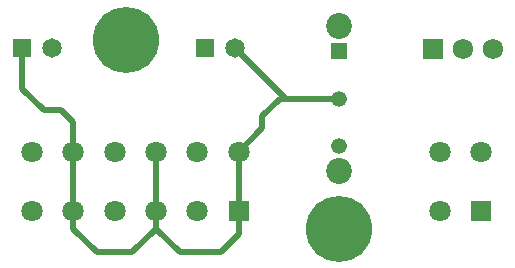
<source format=gbr>
%TF.GenerationSoftware,KiCad,Pcbnew,8.0.7*%
%TF.CreationDate,2024-12-13T10:46:06-05:00*%
%TF.ProjectId,SwerveHubWago,53776572-7665-4487-9562-5761676f2e6b,rev?*%
%TF.SameCoordinates,Original*%
%TF.FileFunction,Copper,L2,Bot*%
%TF.FilePolarity,Positive*%
%FSLAX46Y46*%
G04 Gerber Fmt 4.6, Leading zero omitted, Abs format (unit mm)*
G04 Created by KiCad (PCBNEW 8.0.7) date 2024-12-13 10:46:06*
%MOMM*%
%LPD*%
G01*
G04 APERTURE LIST*
%TA.AperFunction,ComponentPad*%
%ADD10C,5.600000*%
%TD*%
%TA.AperFunction,ComponentPad*%
%ADD11R,1.337000X1.337000*%
%TD*%
%TA.AperFunction,ComponentPad*%
%ADD12C,1.337000*%
%TD*%
%TA.AperFunction,ComponentPad*%
%ADD13C,2.190000*%
%TD*%
%TA.AperFunction,ComponentPad*%
%ADD14R,1.650000X1.650000*%
%TD*%
%TA.AperFunction,ComponentPad*%
%ADD15C,1.650000*%
%TD*%
%TA.AperFunction,ComponentPad*%
%ADD16R,1.800000X1.800000*%
%TD*%
%TA.AperFunction,ComponentPad*%
%ADD17C,1.800000*%
%TD*%
%TA.AperFunction,ComponentPad*%
%ADD18R,1.725000X1.725000*%
%TD*%
%TA.AperFunction,ComponentPad*%
%ADD19C,1.725000*%
%TD*%
%TA.AperFunction,Conductor*%
%ADD20C,0.500000*%
%TD*%
G04 APERTURE END LIST*
D10*
%TO.P,M3,1*%
%TO.N,N/C*%
X156000000Y-59500000D03*
%TD*%
D11*
%TO.P,S1,1,NC*%
%TO.N,unconnected-(S1-NC-Pad1)*%
X156000000Y-44500000D03*
D12*
%TO.P,S1,2,COM*%
%TO.N,/CAN-G*%
X156000000Y-48500000D03*
%TO.P,S1,3,NO*%
%TO.N,unconnected-(S1-NO-Pad3)*%
X156000000Y-52500000D03*
D13*
%TO.P,S1,4,MH1*%
%TO.N,unconnected-(S1-MH1-Pad4)*%
X156000000Y-42350000D03*
%TO.P,S1,5,MH2*%
%TO.N,Net-(S1-MH2)*%
X156000000Y-54650000D03*
%TD*%
D10*
%TO.P,M3,1*%
%TO.N,N/C*%
X138000000Y-43500000D03*
%TD*%
D14*
%TO.P,J4,1,1*%
%TO.N,/CAN-Y*%
X144665000Y-44195000D03*
D15*
%TO.P,J4,2,2*%
%TO.N,/CAN-G*%
X147205000Y-44195000D03*
%TD*%
D14*
%TO.P,J3,1,1*%
%TO.N,/CAN-G*%
X129165000Y-44195000D03*
D15*
%TO.P,J3,2,2*%
%TO.N,/CAN-Y*%
X131705000Y-44195000D03*
%TD*%
D16*
%TO.P,J5,1,1.1*%
%TO.N,/CAN-G*%
X147500000Y-58000000D03*
D17*
%TO.P,J5,2,1.2*%
X147500000Y-53000000D03*
%TO.P,J5,3,2.1*%
%TO.N,/CAN-Y*%
X144000000Y-58000000D03*
%TO.P,J5,4,2.2*%
X144000000Y-53000000D03*
%TO.P,J5,5,3.1*%
%TO.N,/CAN-G*%
X140500000Y-58000000D03*
%TO.P,J5,6,3.2*%
X140500000Y-53000000D03*
%TO.P,J5,7,4.1*%
%TO.N,/CAN-Y*%
X137000000Y-58000000D03*
%TO.P,J5,8,4.2*%
X137000000Y-53000000D03*
%TO.P,J5,9,5.1*%
%TO.N,/CAN-G*%
X133500000Y-58000000D03*
%TO.P,J5,10,5.2*%
X133500000Y-53000000D03*
%TO.P,J5,11,6.1*%
%TO.N,/CAN-Y*%
X130000000Y-58000000D03*
%TO.P,J5,12,6.2*%
X130000000Y-53000000D03*
%TD*%
D18*
%TO.P,J1,1,1*%
%TO.N,/PWR*%
X163960000Y-44260000D03*
D19*
%TO.P,J1,2,2*%
%TO.N,unconnected-(J1-Pad2)*%
X166500000Y-44260000D03*
%TO.P,J1,3,3*%
%TO.N,/GND*%
X169040000Y-44260000D03*
%TD*%
D16*
%TO.P,J2,1,1.1*%
%TO.N,/GND*%
X168040000Y-58000000D03*
D17*
%TO.P,J2,2,1.2*%
X168040000Y-53000000D03*
%TO.P,J2,3,2.1*%
%TO.N,/PWR*%
X164540000Y-58000000D03*
%TO.P,J2,4,2.2*%
X164540000Y-53000000D03*
%TD*%
D20*
%TO.N,/CAN-G*%
X132500000Y-49500000D02*
X133500000Y-50500000D01*
X133500000Y-50500000D02*
X133500000Y-53000000D01*
X131000000Y-49500000D02*
X132500000Y-49500000D01*
X129165000Y-47665000D02*
X131000000Y-49500000D01*
X129165000Y-44195000D02*
X129165000Y-47665000D01*
X149500000Y-50000000D02*
X151000000Y-48500000D01*
X151000000Y-48500000D02*
X151510000Y-48500000D01*
X149500000Y-51000000D02*
X149500000Y-50000000D01*
X147500000Y-53000000D02*
X149500000Y-51000000D01*
X147500000Y-60000000D02*
X147500000Y-58000000D01*
X142500000Y-61500000D02*
X146000000Y-61500000D01*
X146000000Y-61500000D02*
X147500000Y-60000000D01*
X140500000Y-59500000D02*
X142500000Y-61500000D01*
X140500000Y-59500000D02*
X140500000Y-58000000D01*
X138500000Y-61500000D02*
X140500000Y-59500000D01*
X135500000Y-61500000D02*
X138500000Y-61500000D01*
X133500000Y-59500000D02*
X135500000Y-61500000D01*
X133500000Y-58000000D02*
X133500000Y-59500000D01*
X151510000Y-48500000D02*
X156000000Y-48500000D01*
X147205000Y-44195000D02*
X151510000Y-48500000D01*
X147500000Y-53000000D02*
X147500000Y-58000000D01*
X140500000Y-53000000D02*
X140500000Y-58000000D01*
X133500000Y-53000000D02*
X133500000Y-58000000D01*
%TD*%
M02*

</source>
